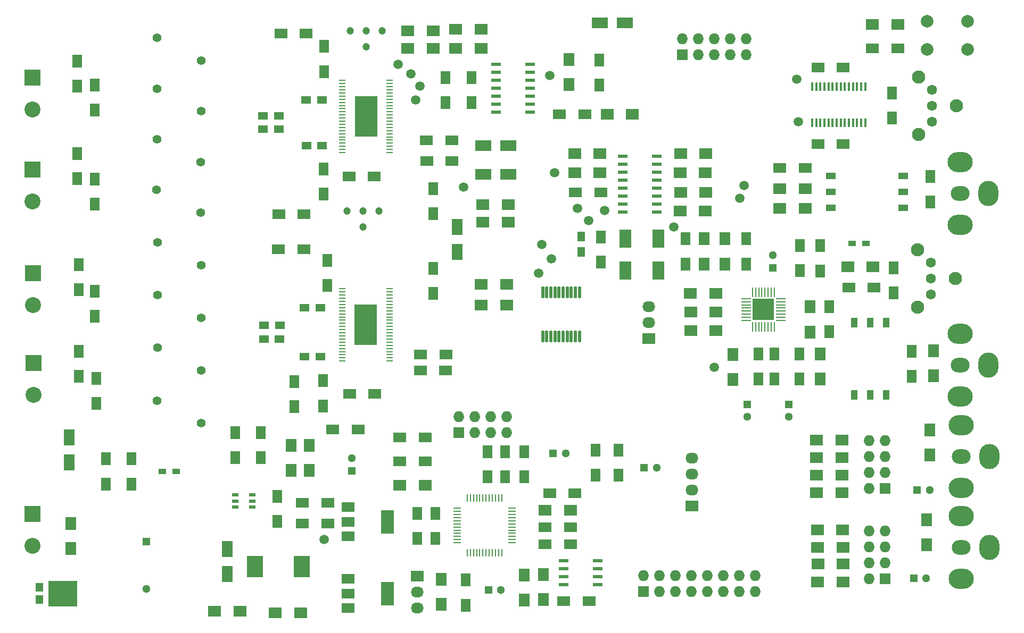
<source format=gts>
G04 #@! TF.GenerationSoftware,KiCad,Pcbnew,7.0.1*
G04 #@! TF.CreationDate,2024-01-30T15:52:28+01:00*
G04 #@! TF.ProjectId,smd_aio,736d645f-6169-46f2-9e6b-696361645f70,rev?*
G04 #@! TF.SameCoordinates,Original*
G04 #@! TF.FileFunction,Soldermask,Top*
G04 #@! TF.FilePolarity,Negative*
%FSLAX46Y46*%
G04 Gerber Fmt 4.6, Leading zero omitted, Abs format (unit mm)*
G04 Created by KiCad (PCBNEW 7.0.1) date 2024-01-30 15:52:28*
%MOMM*%
%LPD*%
G01*
G04 APERTURE LIST*
G04 Aperture macros list*
%AMRoundRect*
0 Rectangle with rounded corners*
0 $1 Rounding radius*
0 $2 $3 $4 $5 $6 $7 $8 $9 X,Y pos of 4 corners*
0 Add a 4 corners polygon primitive as box body*
4,1,4,$2,$3,$4,$5,$6,$7,$8,$9,$2,$3,0*
0 Add four circle primitives for the rounded corners*
1,1,$1+$1,$2,$3*
1,1,$1+$1,$4,$5*
1,1,$1+$1,$6,$7*
1,1,$1+$1,$8,$9*
0 Add four rect primitives between the rounded corners*
20,1,$1+$1,$2,$3,$4,$5,0*
20,1,$1+$1,$4,$5,$6,$7,0*
20,1,$1+$1,$6,$7,$8,$9,0*
20,1,$1+$1,$8,$9,$2,$3,0*%
G04 Aperture macros list end*
%ADD10R,3.352800X3.352800*%
%ADD11R,1.506100X0.279400*%
%ADD12R,0.279400X1.506100*%
%ADD13R,1.503050X0.279400*%
%ADD14C,1.500000*%
%ADD15R,1.800860X2.499360*%
%ADD16R,1.000000X0.285000*%
%ADD17R,3.600000X6.400000*%
%ADD18C,1.200000*%
%ADD19R,2.000000X1.600000*%
%ADD20R,1.300000X1.300000*%
%ADD21C,1.300000*%
%ADD22R,1.600000X2.000000*%
%ADD23R,2.499360X1.800860*%
%ADD24R,2.000000X1.700000*%
%ADD25R,1.700000X2.000000*%
%ADD26R,1.200000X0.900000*%
%ADD27R,1.250000X1.500000*%
%ADD28O,3.000000X2.300000*%
%ADD29O,4.000000X3.200000*%
%ADD30O,3.200000X4.000000*%
%ADD31C,1.400000*%
%ADD32R,2.032000X1.727200*%
%ADD33O,2.032000X1.727200*%
%ADD34R,1.727200X1.727200*%
%ADD35O,1.727200X1.727200*%
%ADD36R,2.540000X2.540000*%
%ADD37C,2.540000*%
%ADD38C,2.100000*%
%ADD39C,1.600000*%
%ADD40C,2.000000*%
%ADD41R,1.300000X0.250000*%
%ADD42R,0.250000X1.300000*%
%ADD43R,1.550000X0.600000*%
%ADD44R,1.500000X0.600000*%
%ADD45R,0.355600X1.447800*%
%ADD46R,1.100000X0.600000*%
%ADD47R,1.980000X3.000000*%
%ADD48R,1.500000X1.250000*%
%ADD49R,2.650000X3.500000*%
%ADD50R,1.600000X1.000000*%
%ADD51R,1.000000X1.600000*%
%ADD52R,4.670000X4.160000*%
%ADD53R,1.160000X1.460000*%
%ADD54RoundRect,0.125000X0.125000X-0.825000X0.125000X0.825000X-0.125000X0.825000X-0.125000X-0.825000X0*%
%ADD55R,2.000000X1.500000*%
%ADD56R,2.000000X3.800000*%
G04 APERTURE END LIST*
D10*
X140151000Y-65513000D03*
D11*
X142897950Y-63763001D03*
X142897950Y-64263000D03*
X142897950Y-64762999D03*
X142897950Y-65263000D03*
X142897950Y-65763000D03*
X142897950Y-66263001D03*
X142897950Y-66763000D03*
X142897950Y-67262999D03*
D12*
X141900999Y-68259950D03*
X141401000Y-68259950D03*
X140901001Y-68259950D03*
X140401000Y-68259950D03*
X139901000Y-68259950D03*
X139400999Y-68259950D03*
X138901000Y-68259950D03*
X138401001Y-68259950D03*
D11*
X137404050Y-67262999D03*
X137404050Y-66763000D03*
D13*
X137402525Y-66263001D03*
D11*
X137404050Y-65763000D03*
X137404050Y-65263000D03*
X137404050Y-64762999D03*
X137404050Y-64263000D03*
X137404050Y-63763001D03*
D12*
X138401001Y-62766050D03*
X138901000Y-62766050D03*
X139400999Y-62766050D03*
X139901000Y-62766050D03*
X140401000Y-62766050D03*
X140901001Y-62766050D03*
X141401000Y-62766050D03*
X141900999Y-62766050D03*
D14*
X70231000Y-102108000D03*
D15*
X91440000Y-52357020D03*
X91440000Y-56354980D03*
D16*
X80676000Y-40513000D03*
X80676000Y-40013000D03*
X80676000Y-39513000D03*
X80676000Y-39013000D03*
X80676000Y-38513000D03*
X80676000Y-38013000D03*
X80676000Y-37513000D03*
X80676000Y-37013000D03*
X80676000Y-36513000D03*
X80676000Y-36013000D03*
X80676000Y-35513000D03*
X80676000Y-35013000D03*
X80676000Y-34513000D03*
X80676000Y-34013000D03*
X80676000Y-33513000D03*
X80676000Y-33013000D03*
X80676000Y-32513000D03*
X80676000Y-32013000D03*
X80676000Y-31513000D03*
X80676000Y-31013000D03*
X80676000Y-30513000D03*
X80676000Y-30013000D03*
X80676000Y-29513000D03*
X80676000Y-29013000D03*
X73176000Y-29013000D03*
X73176000Y-29513000D03*
X73176000Y-30013000D03*
X73176000Y-30513000D03*
X73176000Y-31013000D03*
X73176000Y-31513000D03*
X73176000Y-32013000D03*
X73176000Y-32513000D03*
X73176000Y-33013000D03*
X73176000Y-33513000D03*
X73176000Y-34013000D03*
X73176000Y-34513000D03*
X73176000Y-35013000D03*
X73176000Y-35513000D03*
X73176000Y-36013000D03*
X73176000Y-36513000D03*
X73176000Y-37013000D03*
X73176000Y-37513000D03*
X73176000Y-38013000D03*
X73176000Y-38513000D03*
X73176000Y-39013000D03*
X73176000Y-39513000D03*
X73176000Y-40013000D03*
X73176000Y-40513000D03*
D17*
X76926000Y-34763000D03*
D16*
X80648000Y-73714000D03*
X80648000Y-73214000D03*
X80648000Y-72714000D03*
X80648000Y-72214000D03*
X80648000Y-71714000D03*
X80648000Y-71214000D03*
X80648000Y-70714000D03*
X80648000Y-70214000D03*
X80648000Y-69714000D03*
X80648000Y-69214000D03*
X80648000Y-68714000D03*
X80648000Y-68214000D03*
X80648000Y-67714000D03*
X80648000Y-67214000D03*
X80648000Y-66714000D03*
X80648000Y-66214000D03*
X80648000Y-65714000D03*
X80648000Y-65214000D03*
X80648000Y-64714000D03*
X80648000Y-64214000D03*
X80648000Y-63714000D03*
X80648000Y-63214000D03*
X80648000Y-62714000D03*
X80648000Y-62214000D03*
X73148000Y-62214000D03*
X73148000Y-62714000D03*
X73148000Y-63214000D03*
X73148000Y-63714000D03*
X73148000Y-64214000D03*
X73148000Y-64714000D03*
X73148000Y-65214000D03*
X73148000Y-65714000D03*
X73148000Y-66214000D03*
X73148000Y-66714000D03*
X73148000Y-67214000D03*
X73148000Y-67714000D03*
X73148000Y-68214000D03*
X73148000Y-68714000D03*
X73148000Y-69214000D03*
X73148000Y-69714000D03*
X73148000Y-70214000D03*
X73148000Y-70714000D03*
X73148000Y-71214000D03*
X73148000Y-71714000D03*
X73148000Y-72214000D03*
X73148000Y-72714000D03*
X73148000Y-73214000D03*
X73148000Y-73714000D03*
D17*
X76898000Y-67964000D03*
D18*
X78994000Y-49784000D03*
X76454000Y-52324000D03*
X76454000Y-49824000D03*
X73914000Y-49784000D03*
X79502000Y-21082000D03*
X76962000Y-23622000D03*
X76962000Y-21122000D03*
X74422000Y-21082000D03*
D19*
X157512000Y-23876000D03*
X161512000Y-23876000D03*
D20*
X74676000Y-91186000D03*
D21*
X74676000Y-89186000D03*
D22*
X85051000Y-101963000D03*
X85051000Y-97963000D03*
X87951000Y-101963000D03*
X87951000Y-97963000D03*
D20*
X96401000Y-110213000D03*
D21*
X98401000Y-110213000D03*
D22*
X92800000Y-112610000D03*
X92800000Y-108610000D03*
D20*
X121158000Y-90678000D03*
D21*
X123158000Y-90678000D03*
D19*
X110151000Y-94763000D03*
X106151000Y-94763000D03*
D22*
X113411000Y-87916000D03*
X113411000Y-91916000D03*
X117094000Y-87916000D03*
X117094000Y-91916000D03*
D19*
X86328000Y-85852000D03*
X82328000Y-85852000D03*
X86328000Y-89662000D03*
X82328000Y-89662000D03*
D20*
X106680000Y-88392000D03*
D21*
X108680000Y-88392000D03*
D19*
X112401000Y-111963000D03*
X108401000Y-111963000D03*
D22*
X99060000Y-92170000D03*
X99060000Y-88170000D03*
X102108000Y-92170000D03*
X102108000Y-88170000D03*
X96266000Y-92163000D03*
X96266000Y-88163000D03*
D19*
X109442000Y-102870000D03*
X105442000Y-102870000D03*
X109442000Y-100213000D03*
X105442000Y-100213000D03*
D20*
X164601000Y-94263000D03*
D21*
X166601000Y-94263000D03*
D20*
X164051000Y-108313000D03*
D21*
X166051000Y-108313000D03*
D19*
X107726000Y-34388000D03*
X111726000Y-34388000D03*
D22*
X114076000Y-25763000D03*
X114076000Y-29763000D03*
X93726000Y-32553000D03*
X93726000Y-28553000D03*
X89531000Y-32553000D03*
X89531000Y-28553000D03*
D19*
X90576000Y-41868000D03*
X86576000Y-41868000D03*
X90551000Y-38593000D03*
X86551000Y-38593000D03*
D22*
X87630000Y-50260000D03*
X87630000Y-46260000D03*
D19*
X74201000Y-44288000D03*
X78201000Y-44288000D03*
D22*
X70181000Y-43093000D03*
X70181000Y-47093000D03*
X70251000Y-27613000D03*
X70251000Y-23613000D03*
D19*
X67041000Y-50293000D03*
X63041000Y-50293000D03*
X67426000Y-21563000D03*
X63426000Y-21563000D03*
D22*
X33782000Y-48704000D03*
X33782000Y-44704000D03*
X30988000Y-40672000D03*
X30988000Y-44672000D03*
X33782000Y-33750000D03*
X33782000Y-29750000D03*
X30988000Y-25940000D03*
X30988000Y-29940000D03*
X137414000Y-58261000D03*
X137414000Y-54261000D03*
X139310999Y-72598000D03*
X139310999Y-76598000D03*
D20*
X141626000Y-58838000D03*
D21*
X141626000Y-56838000D03*
D20*
X137551000Y-80613000D03*
D21*
X137551000Y-82613000D03*
D22*
X145926000Y-59338000D03*
X145926000Y-55338000D03*
X145876000Y-76613000D03*
X145876000Y-72613000D03*
X141900000Y-72600000D03*
X141900000Y-76600000D03*
D20*
X144201000Y-80613000D03*
D21*
X144201000Y-82613000D03*
D19*
X152801000Y-26963000D03*
X148801000Y-26963000D03*
X152801000Y-39163000D03*
X148801000Y-39163000D03*
D22*
X160639001Y-35000000D03*
X160639001Y-31000000D03*
D19*
X153751000Y-62013000D03*
X157751000Y-62013000D03*
D22*
X160876000Y-58838000D03*
X160876000Y-62838000D03*
X149201000Y-55363000D03*
X149201000Y-59363000D03*
X35560000Y-89313000D03*
X35560000Y-93313000D03*
X39624000Y-89313000D03*
X39624000Y-93313000D03*
X56134000Y-85122000D03*
X56134000Y-89122000D03*
X60198000Y-85122000D03*
X60198000Y-89122000D03*
X62818000Y-99282000D03*
X62818000Y-95282000D03*
D19*
X71660000Y-84582000D03*
X75660000Y-84582000D03*
X70834000Y-99568000D03*
X66834000Y-99568000D03*
X70834000Y-96266000D03*
X66834000Y-96266000D03*
D22*
X87630000Y-62960000D03*
X87630000Y-58960000D03*
D19*
X89598000Y-75184000D03*
X85598000Y-75184000D03*
X89623000Y-72644000D03*
X85623000Y-72644000D03*
X74323000Y-78939000D03*
X78323000Y-78939000D03*
D22*
X70104000Y-76867000D03*
X70104000Y-80867000D03*
X70813000Y-61714000D03*
X70813000Y-57714000D03*
X65532000Y-76994000D03*
X65532000Y-80994000D03*
D19*
X67024000Y-55880000D03*
X63024000Y-55880000D03*
D22*
X34036000Y-80486000D03*
X34036000Y-76486000D03*
X31242000Y-72168000D03*
X31242000Y-76168000D03*
X33782000Y-66583000D03*
X33782000Y-62583000D03*
X31242000Y-58353000D03*
X31242000Y-62353000D03*
X114251000Y-53963000D03*
X114251000Y-57963000D03*
D19*
X114251000Y-46813000D03*
X110251000Y-46813000D03*
D23*
X114079020Y-19812000D03*
X118076980Y-19812000D03*
D24*
X99536000Y-51562000D03*
X95536000Y-51562000D03*
D25*
X149176000Y-76613000D03*
X149176000Y-72613000D03*
D24*
X132576499Y-65898500D03*
X128576499Y-65898500D03*
D15*
X29718000Y-85885020D03*
X29718000Y-89882980D03*
X54864000Y-103665020D03*
X54864000Y-107662980D03*
D24*
X99282000Y-61468000D03*
X95282000Y-61468000D03*
X52864000Y-113538000D03*
X56864000Y-113538000D03*
D25*
X29925000Y-99600000D03*
X29925000Y-103600000D03*
D26*
X154228833Y-54962500D03*
X156428833Y-54962500D03*
X44493000Y-91313000D03*
X46693000Y-91313000D03*
D27*
X111151000Y-56363000D03*
X111151000Y-53863000D03*
D28*
X171601000Y-88913000D03*
D29*
X171601000Y-83913000D03*
D30*
X176101000Y-88913000D03*
D29*
X171601000Y-93913000D03*
D28*
X171626000Y-103413000D03*
D29*
X171626000Y-98413000D03*
D30*
X176126000Y-103413000D03*
D29*
X171626000Y-108413000D03*
D31*
X50626000Y-50063000D03*
X43626000Y-46463000D03*
X50651000Y-41988000D03*
X43651000Y-38388000D03*
X50670000Y-33930000D03*
X43670000Y-30330000D03*
X50670000Y-25850000D03*
X43670000Y-22250000D03*
X50688000Y-83610000D03*
X43688000Y-80010000D03*
X50744000Y-75206000D03*
X43744000Y-71606000D03*
X50744000Y-66824000D03*
X43744000Y-63224000D03*
X50744000Y-58442000D03*
X43744000Y-54842000D03*
D32*
X128778000Y-96774000D03*
D33*
X128778000Y-94234000D03*
X128778000Y-91694000D03*
X128778000Y-89154000D03*
D32*
X85090000Y-107950000D03*
D33*
X85090000Y-110490000D03*
X85090000Y-113030000D03*
D34*
X127254000Y-24892000D03*
D35*
X127254000Y-22352000D03*
X129794000Y-24892000D03*
X129794000Y-22352000D03*
X132334000Y-24892000D03*
X132334000Y-22352000D03*
X134874000Y-24892000D03*
X134874000Y-22352000D03*
X137414000Y-24892000D03*
X137414000Y-22352000D03*
D34*
X121076000Y-110438000D03*
D35*
X121076000Y-107898000D03*
X123616000Y-110438000D03*
X123616000Y-107898000D03*
X126156000Y-110438000D03*
X126156000Y-107898000D03*
X128696000Y-110438000D03*
X128696000Y-107898000D03*
X131236000Y-110438000D03*
X131236000Y-107898000D03*
X133776000Y-110438000D03*
X133776000Y-107898000D03*
X136316000Y-110438000D03*
X136316000Y-107898000D03*
X138856000Y-110438000D03*
X138856000Y-107898000D03*
D34*
X159512000Y-93980000D03*
D35*
X156972000Y-93980000D03*
X159512000Y-91440000D03*
X156972000Y-91440000D03*
X159512000Y-88900000D03*
X156972000Y-88900000D03*
X159512000Y-86360000D03*
X156972000Y-86360000D03*
D34*
X159526000Y-108438000D03*
D35*
X156986000Y-108438000D03*
X159526000Y-105898000D03*
X156986000Y-105898000D03*
X159526000Y-103358000D03*
X156986000Y-103358000D03*
X159526000Y-100818000D03*
X156986000Y-100818000D03*
D36*
X23851000Y-43173000D03*
D37*
X23851000Y-48253000D03*
D36*
X23851000Y-28573000D03*
D37*
X23851000Y-33653000D03*
D38*
X164876000Y-37663000D03*
X170876000Y-33063000D03*
X164876000Y-28463000D03*
D39*
X166976000Y-30523000D03*
X166976000Y-33063000D03*
X166976000Y-35603000D03*
D38*
X164651000Y-65163000D03*
X170651000Y-60563000D03*
X164651000Y-55963000D03*
D39*
X166751000Y-58023000D03*
X166751000Y-60563000D03*
X166751000Y-63103000D03*
D36*
X23870000Y-98110000D03*
D37*
X23870000Y-103190000D03*
D36*
X24001000Y-74003000D03*
D37*
X24001000Y-79083000D03*
D36*
X23921000Y-59713000D03*
D37*
X23921000Y-64793000D03*
D14*
X136398000Y-47752000D03*
X84811000Y-32123000D03*
X137033000Y-45720000D03*
X145666381Y-35591000D03*
X106934000Y-43688000D03*
X125857000Y-52324000D03*
X132334000Y-74676000D03*
X85500000Y-29900000D03*
X82051000Y-26453000D03*
X145451000Y-28813000D03*
X112301000Y-51313000D03*
X114901000Y-49713000D03*
X110551000Y-49363000D03*
D24*
X157512000Y-20066000D03*
X161512000Y-20066000D03*
D25*
X88900000Y-112490000D03*
X88900000Y-108490000D03*
D24*
X86328000Y-93472000D03*
X82328000Y-93472000D03*
D25*
X105156000Y-111728000D03*
X105156000Y-107728000D03*
D24*
X105442000Y-97513000D03*
X109442000Y-97513000D03*
D25*
X102108000Y-111813000D03*
X102108000Y-107813000D03*
X166573000Y-88691000D03*
X166573000Y-84691000D03*
X166101000Y-103013000D03*
X166101000Y-99013000D03*
D24*
X148622000Y-94663000D03*
X152622000Y-94663000D03*
X148622000Y-89094000D03*
X152622000Y-89094000D03*
X148779000Y-108889000D03*
X152779000Y-108889000D03*
X148779000Y-103393000D03*
X152779000Y-103393000D03*
X148622000Y-91913000D03*
X152622000Y-91913000D03*
X148622000Y-86350000D03*
X152622000Y-86350000D03*
X148801000Y-106063000D03*
X152801000Y-106063000D03*
X148751000Y-100613000D03*
X152751000Y-100613000D03*
X99536000Y-48768000D03*
X95536000Y-48768000D03*
D25*
X134026000Y-54261000D03*
X134026000Y-58261000D03*
X130683000Y-54261000D03*
X130683000Y-58261000D03*
X135301000Y-76663000D03*
X135301000Y-72663000D03*
D24*
X128615501Y-68893500D03*
X132615501Y-68893500D03*
D25*
X147574000Y-69088000D03*
X147574000Y-65088000D03*
D24*
X128551000Y-62913000D03*
X132551000Y-62913000D03*
X157576000Y-58738000D03*
X153576000Y-58738000D03*
D25*
X67924000Y-91154000D03*
X67924000Y-87154000D03*
X65024000Y-87154000D03*
X65024000Y-91154000D03*
D24*
X99282000Y-64770000D03*
X95282000Y-64770000D03*
X130901000Y-43713000D03*
X126901000Y-43713000D03*
X110101000Y-40663000D03*
X114101000Y-40663000D03*
X110101000Y-43713000D03*
X114101000Y-43713000D03*
X130901000Y-49813000D03*
X126901000Y-49813000D03*
X130951000Y-46813000D03*
X126951000Y-46813000D03*
X130951000Y-40663000D03*
X126951000Y-40663000D03*
X66516000Y-113792000D03*
X62516000Y-113792000D03*
D40*
X172668000Y-24094000D03*
X166168000Y-24094000D03*
X172668000Y-19594000D03*
X166168000Y-19594000D03*
D41*
X91426000Y-97163000D03*
X91426000Y-97663000D03*
X91426000Y-98163000D03*
X91426000Y-98663000D03*
X91426000Y-99163000D03*
X91426000Y-99663000D03*
X91426000Y-100163000D03*
X91426000Y-100663000D03*
X91426000Y-101163000D03*
X91426000Y-101663000D03*
X91426000Y-102163000D03*
X91426000Y-102663000D03*
D42*
X93026000Y-104263000D03*
X93526000Y-104263000D03*
X94026000Y-104263000D03*
X94526000Y-104263000D03*
X95026000Y-104263000D03*
X95526000Y-104263000D03*
X96026000Y-104263000D03*
X96526000Y-104263000D03*
X97026000Y-104263000D03*
X97526000Y-104263000D03*
X98026000Y-104263000D03*
X98526000Y-104263000D03*
D41*
X100126000Y-102663000D03*
X100126000Y-102163000D03*
X100126000Y-101663000D03*
X100126000Y-101163000D03*
X100126000Y-100663000D03*
X100126000Y-100163000D03*
X100126000Y-99663000D03*
X100126000Y-99163000D03*
X100126000Y-98663000D03*
X100126000Y-98163000D03*
X100126000Y-97663000D03*
X100126000Y-97163000D03*
D42*
X98526000Y-95563000D03*
X98026000Y-95563000D03*
X97526000Y-95563000D03*
X97026000Y-95563000D03*
X96526000Y-95563000D03*
X96026000Y-95563000D03*
X95526000Y-95563000D03*
X95026000Y-95563000D03*
X94526000Y-95563000D03*
X94026000Y-95563000D03*
X93526000Y-95563000D03*
X93026000Y-95563000D03*
D43*
X113792905Y-109363000D03*
X113792905Y-108093000D03*
X113792905Y-106823000D03*
X113792905Y-105553000D03*
X108392905Y-105553000D03*
X108392905Y-106823000D03*
X108392905Y-108093000D03*
X108392905Y-109363000D03*
D44*
X103026000Y-34048000D03*
X103026000Y-32778000D03*
X103026000Y-31508000D03*
X103026000Y-30238000D03*
X103026000Y-28968000D03*
X103026000Y-27698000D03*
X103026000Y-26428000D03*
X97626000Y-26428000D03*
X97626000Y-27698000D03*
X97626000Y-28968000D03*
X97626000Y-30238000D03*
X97626000Y-31508000D03*
X97626000Y-32778000D03*
X97626000Y-34048000D03*
D45*
X156356381Y-30013501D03*
X155706380Y-30013501D03*
X155056381Y-30013501D03*
X154406380Y-30013501D03*
X153756382Y-30013501D03*
X153106380Y-30013501D03*
X152456382Y-30013501D03*
X151806383Y-30013501D03*
X151156382Y-30013501D03*
X150506383Y-30013501D03*
X149856382Y-30013501D03*
X149206383Y-30013501D03*
X148556382Y-30013501D03*
X147906383Y-30013501D03*
X147906381Y-35779301D03*
X148556382Y-35779301D03*
X149206381Y-35779301D03*
X149856382Y-35779301D03*
X150506380Y-35779301D03*
X151156382Y-35779301D03*
X151806380Y-35779301D03*
X152456382Y-35779301D03*
X153106380Y-35779301D03*
X153756382Y-35779301D03*
X154406380Y-35779301D03*
X155056381Y-35779301D03*
X155706380Y-35779301D03*
X156356381Y-35779301D03*
D46*
X58834000Y-96962000D03*
X58834000Y-96012000D03*
X58834000Y-95062000D03*
X56134000Y-95062000D03*
X56134000Y-96012000D03*
X56134000Y-96962000D03*
D44*
X123201000Y-49958000D03*
X123201000Y-48688000D03*
X123201000Y-47418000D03*
X123201000Y-46148000D03*
X123201000Y-44878000D03*
X123201000Y-43608000D03*
X123201000Y-42338000D03*
X123201000Y-41068000D03*
X117801000Y-41068000D03*
X117801000Y-42338000D03*
X117801000Y-43608000D03*
X117801000Y-44878000D03*
X117801000Y-46148000D03*
X117801000Y-47418000D03*
X117801000Y-48688000D03*
X117801000Y-49958000D03*
D47*
X118171000Y-59263000D03*
X123431000Y-59263000D03*
X123431000Y-54263000D03*
X118171000Y-54263000D03*
D20*
X42000000Y-102500000D03*
D21*
X42000000Y-110000000D03*
D48*
X60551000Y-36788000D03*
X63051000Y-36788000D03*
X67451000Y-39443000D03*
X69951000Y-39443000D03*
X67426000Y-32113000D03*
X69926000Y-32113000D03*
X60526000Y-34638000D03*
X63026000Y-34638000D03*
X60663000Y-70224000D03*
X63163000Y-70224000D03*
X67163000Y-73054000D03*
X69663000Y-73054000D03*
X67163000Y-65204000D03*
X69663000Y-65204000D03*
X60703000Y-68014000D03*
X63203000Y-68014000D03*
D49*
X59267000Y-106426000D03*
X66717000Y-106426000D03*
D34*
X91694000Y-85090000D03*
D35*
X91694000Y-82550000D03*
X94234000Y-85090000D03*
X94234000Y-82550000D03*
X96774000Y-85090000D03*
X96774000Y-82550000D03*
X99314000Y-85090000D03*
X99314000Y-82550000D03*
D19*
X146775000Y-42950000D03*
X142775000Y-42950000D03*
D22*
X166725000Y-44350000D03*
X166725000Y-48350000D03*
X163775000Y-72150000D03*
X163775000Y-76150000D03*
X150622000Y-69056000D03*
X150622000Y-65056000D03*
X127762000Y-58261000D03*
X127762000Y-54261000D03*
D28*
X171450000Y-47000000D03*
D29*
X171450000Y-42000000D03*
D30*
X175950000Y-47000000D03*
D29*
X171450000Y-52000000D03*
D28*
X171450000Y-74375000D03*
D29*
X171450000Y-69375000D03*
D30*
X175950000Y-74375000D03*
D29*
X171450000Y-79375000D03*
D32*
X121920000Y-70104000D03*
D33*
X121920000Y-67564000D03*
X121920000Y-65024000D03*
D24*
X142775000Y-46225000D03*
X146775000Y-46225000D03*
X146775000Y-49425000D03*
X142775000Y-49425000D03*
D25*
X167200000Y-72100000D03*
X167200000Y-76100000D03*
D50*
X150850000Y-44260000D03*
X150850000Y-46800000D03*
X150850000Y-49340000D03*
X162350000Y-49340000D03*
X162350000Y-46800000D03*
X162350000Y-44260000D03*
D51*
X154585000Y-79075000D03*
X157125000Y-79075000D03*
X159665000Y-79075000D03*
X159665000Y-67575000D03*
X157125000Y-67575000D03*
X154585000Y-67575000D03*
D52*
X28702000Y-110744000D03*
D53*
X24952000Y-111729000D03*
X24952000Y-109759000D03*
D14*
X104394000Y-59690000D03*
X84074000Y-27940000D03*
D24*
X87598000Y-23876000D03*
X83598000Y-23876000D03*
X119316000Y-34438000D03*
X115316000Y-34438000D03*
D25*
X109220000Y-29686000D03*
X109220000Y-25686000D03*
D23*
X95537020Y-39370000D03*
X99534980Y-39370000D03*
D14*
X104902000Y-55118000D03*
D54*
X105025000Y-69794000D03*
X105675000Y-69794000D03*
X106325000Y-69794000D03*
X106975000Y-69794000D03*
X107625000Y-69794000D03*
X108275000Y-69794000D03*
X108925000Y-69794000D03*
X109575000Y-69794000D03*
X110225000Y-69794000D03*
X110875000Y-69794000D03*
X110875000Y-62794000D03*
X110225000Y-62794000D03*
X109575000Y-62794000D03*
X108925000Y-62794000D03*
X108275000Y-62794000D03*
X107625000Y-62794000D03*
X106975000Y-62794000D03*
X106325000Y-62794000D03*
X105675000Y-62794000D03*
X105025000Y-62794000D03*
D14*
X106172000Y-28194000D03*
X106426000Y-57404000D03*
D24*
X83598000Y-21082000D03*
X87598000Y-21082000D03*
D55*
X74066000Y-108444000D03*
X74066000Y-110744000D03*
D56*
X80366000Y-110744000D03*
D55*
X74066000Y-113044000D03*
D14*
X92456000Y-45974000D03*
D24*
X91218000Y-23876000D03*
X95218000Y-23876000D03*
D55*
X74066000Y-97014000D03*
X74066000Y-99314000D03*
D56*
X80366000Y-99314000D03*
D55*
X74066000Y-101614000D03*
D23*
X95537020Y-43942000D03*
X99534980Y-43942000D03*
D24*
X91218000Y-20828000D03*
X95218000Y-20828000D03*
M02*

</source>
